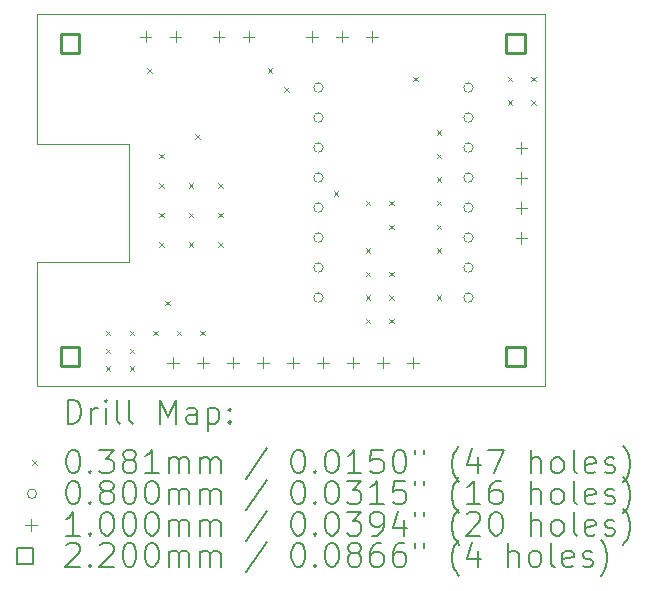
<source format=gbr>
%TF.GenerationSoftware,KiCad,Pcbnew,7.0.5*%
%TF.CreationDate,2023-07-11T15:01:01-04:00*%
%TF.ProjectId,StepperMotor_module_V2_XIAO_RP2040,53746570-7065-4724-9d6f-746f725f6d6f,rev?*%
%TF.SameCoordinates,Original*%
%TF.FileFunction,Drillmap*%
%TF.FilePolarity,Positive*%
%FSLAX45Y45*%
G04 Gerber Fmt 4.5, Leading zero omitted, Abs format (unit mm)*
G04 Created by KiCad (PCBNEW 7.0.5) date 2023-07-11 15:01:01*
%MOMM*%
%LPD*%
G01*
G04 APERTURE LIST*
%ADD10C,0.100000*%
%ADD11C,0.200000*%
%ADD12C,0.038100*%
%ADD13C,0.080000*%
%ADD14C,0.220000*%
G04 APERTURE END LIST*
D10*
X12200000Y-5800000D02*
X16500000Y-5800000D01*
X12200000Y-6900000D02*
X12200000Y-5800000D01*
X12975000Y-6900000D02*
X12200000Y-6900000D01*
X12975000Y-7900000D02*
X12975000Y-6900000D01*
X12200000Y-7900000D02*
X12975000Y-7900000D01*
X12200000Y-8950000D02*
X12200000Y-7900000D01*
X16500000Y-8950000D02*
X12200000Y-8950000D01*
X16500000Y-5800000D02*
X16500000Y-8950000D01*
D11*
D12*
X12780950Y-8480950D02*
X12819050Y-8519050D01*
X12819050Y-8480950D02*
X12780950Y-8519050D01*
X12780950Y-8630950D02*
X12819050Y-8669050D01*
X12819050Y-8630950D02*
X12780950Y-8669050D01*
X12780950Y-8780950D02*
X12819050Y-8819050D01*
X12819050Y-8780950D02*
X12780950Y-8819050D01*
X12980950Y-8480950D02*
X13019050Y-8519050D01*
X13019050Y-8480950D02*
X12980950Y-8519050D01*
X12980950Y-8630950D02*
X13019050Y-8669050D01*
X13019050Y-8630950D02*
X12980950Y-8669050D01*
X12980950Y-8780950D02*
X13019050Y-8819050D01*
X13019050Y-8780950D02*
X12980950Y-8819050D01*
X13130950Y-6255950D02*
X13169050Y-6294050D01*
X13169050Y-6255950D02*
X13130950Y-6294050D01*
X13180950Y-8480950D02*
X13219050Y-8519050D01*
X13219050Y-8480950D02*
X13180950Y-8519050D01*
X13230950Y-6980950D02*
X13269050Y-7019050D01*
X13269050Y-6980950D02*
X13230950Y-7019050D01*
X13230950Y-7230950D02*
X13269050Y-7269050D01*
X13269050Y-7230950D02*
X13230950Y-7269050D01*
X13230950Y-7480950D02*
X13269050Y-7519050D01*
X13269050Y-7480950D02*
X13230950Y-7519050D01*
X13230950Y-7730950D02*
X13269050Y-7769050D01*
X13269050Y-7730950D02*
X13230950Y-7769050D01*
X13282875Y-8227000D02*
X13320975Y-8265100D01*
X13320975Y-8227000D02*
X13282875Y-8265100D01*
X13380950Y-8480950D02*
X13419050Y-8519050D01*
X13419050Y-8480950D02*
X13380950Y-8519050D01*
X13480950Y-7230950D02*
X13519050Y-7269050D01*
X13519050Y-7230950D02*
X13480950Y-7269050D01*
X13480950Y-7480950D02*
X13519050Y-7519050D01*
X13519050Y-7480950D02*
X13480950Y-7519050D01*
X13480950Y-7730950D02*
X13519050Y-7769050D01*
X13519050Y-7730950D02*
X13480950Y-7769050D01*
X13535950Y-6815950D02*
X13574050Y-6854050D01*
X13574050Y-6815950D02*
X13535950Y-6854050D01*
X13580950Y-8480950D02*
X13619050Y-8519050D01*
X13619050Y-8480950D02*
X13580950Y-8519050D01*
X13730950Y-7230950D02*
X13769050Y-7269050D01*
X13769050Y-7230950D02*
X13730950Y-7269050D01*
X13730950Y-7480950D02*
X13769050Y-7519050D01*
X13769050Y-7480950D02*
X13730950Y-7519050D01*
X13730950Y-7730950D02*
X13769050Y-7769050D01*
X13769050Y-7730950D02*
X13730950Y-7769050D01*
X14152200Y-6259640D02*
X14190300Y-6297740D01*
X14190300Y-6259640D02*
X14152200Y-6297740D01*
X14290950Y-6420950D02*
X14329050Y-6459050D01*
X14329050Y-6420950D02*
X14290950Y-6459050D01*
X14710950Y-7298950D02*
X14749050Y-7337050D01*
X14749050Y-7298950D02*
X14710950Y-7337050D01*
X14980950Y-7380950D02*
X15019050Y-7419050D01*
X15019050Y-7380950D02*
X14980950Y-7419050D01*
X14980950Y-7780950D02*
X15019050Y-7819050D01*
X15019050Y-7780950D02*
X14980950Y-7819050D01*
X14980950Y-7980950D02*
X15019050Y-8019050D01*
X15019050Y-7980950D02*
X14980950Y-8019050D01*
X14980950Y-8180950D02*
X15019050Y-8219050D01*
X15019050Y-8180950D02*
X14980950Y-8219050D01*
X14980950Y-8380950D02*
X15019050Y-8419050D01*
X15019050Y-8380950D02*
X14980950Y-8419050D01*
X15180950Y-7380950D02*
X15219050Y-7419050D01*
X15219050Y-7380950D02*
X15180950Y-7419050D01*
X15180950Y-7580950D02*
X15219050Y-7619050D01*
X15219050Y-7580950D02*
X15180950Y-7619050D01*
X15180950Y-7980950D02*
X15219050Y-8019050D01*
X15219050Y-7980950D02*
X15180950Y-8019050D01*
X15180950Y-8180950D02*
X15219050Y-8219050D01*
X15219050Y-8180950D02*
X15180950Y-8219050D01*
X15180950Y-8380950D02*
X15219050Y-8419050D01*
X15219050Y-8380950D02*
X15180950Y-8419050D01*
X15380950Y-6330950D02*
X15419050Y-6369050D01*
X15419050Y-6330950D02*
X15380950Y-6369050D01*
X15580950Y-6780950D02*
X15619050Y-6819050D01*
X15619050Y-6780950D02*
X15580950Y-6819050D01*
X15580950Y-6980950D02*
X15619050Y-7019050D01*
X15619050Y-6980950D02*
X15580950Y-7019050D01*
X15580950Y-7180950D02*
X15619050Y-7219050D01*
X15619050Y-7180950D02*
X15580950Y-7219050D01*
X15580950Y-7380950D02*
X15619050Y-7419050D01*
X15619050Y-7380950D02*
X15580950Y-7419050D01*
X15580950Y-7580950D02*
X15619050Y-7619050D01*
X15619050Y-7580950D02*
X15580950Y-7619050D01*
X15580950Y-7780950D02*
X15619050Y-7819050D01*
X15619050Y-7780950D02*
X15580950Y-7819050D01*
X15580950Y-8180950D02*
X15619050Y-8219050D01*
X15619050Y-8180950D02*
X15580950Y-8219050D01*
X16180950Y-6330950D02*
X16219050Y-6369050D01*
X16219050Y-6330950D02*
X16180950Y-6369050D01*
X16180950Y-6530950D02*
X16219050Y-6569050D01*
X16219050Y-6530950D02*
X16180950Y-6569050D01*
X16380950Y-6330950D02*
X16419050Y-6369050D01*
X16419050Y-6330950D02*
X16380950Y-6369050D01*
X16380950Y-6530950D02*
X16419050Y-6569050D01*
X16419050Y-6530950D02*
X16380950Y-6569050D01*
D13*
X14620000Y-6422000D02*
G75*
G03*
X14620000Y-6422000I-40000J0D01*
G01*
X14620000Y-6676000D02*
G75*
G03*
X14620000Y-6676000I-40000J0D01*
G01*
X14620000Y-6930000D02*
G75*
G03*
X14620000Y-6930000I-40000J0D01*
G01*
X14620000Y-7184000D02*
G75*
G03*
X14620000Y-7184000I-40000J0D01*
G01*
X14620000Y-7438000D02*
G75*
G03*
X14620000Y-7438000I-40000J0D01*
G01*
X14620000Y-7692000D02*
G75*
G03*
X14620000Y-7692000I-40000J0D01*
G01*
X14620000Y-7946000D02*
G75*
G03*
X14620000Y-7946000I-40000J0D01*
G01*
X14620000Y-8200000D02*
G75*
G03*
X14620000Y-8200000I-40000J0D01*
G01*
X15890000Y-6422000D02*
G75*
G03*
X15890000Y-6422000I-40000J0D01*
G01*
X15890000Y-6676000D02*
G75*
G03*
X15890000Y-6676000I-40000J0D01*
G01*
X15890000Y-6930000D02*
G75*
G03*
X15890000Y-6930000I-40000J0D01*
G01*
X15890000Y-7184000D02*
G75*
G03*
X15890000Y-7184000I-40000J0D01*
G01*
X15890000Y-7438000D02*
G75*
G03*
X15890000Y-7438000I-40000J0D01*
G01*
X15890000Y-7692000D02*
G75*
G03*
X15890000Y-7692000I-40000J0D01*
G01*
X15890000Y-7946000D02*
G75*
G03*
X15890000Y-7946000I-40000J0D01*
G01*
X15890000Y-8200000D02*
G75*
G03*
X15890000Y-8200000I-40000J0D01*
G01*
D10*
X13116000Y-5940000D02*
X13116000Y-6040000D01*
X13066000Y-5990000D02*
X13166000Y-5990000D01*
X13345500Y-8700000D02*
X13345500Y-8800000D01*
X13295500Y-8750000D02*
X13395500Y-8750000D01*
X13370000Y-5940000D02*
X13370000Y-6040000D01*
X13320000Y-5990000D02*
X13420000Y-5990000D01*
X13599500Y-8700000D02*
X13599500Y-8800000D01*
X13549500Y-8750000D02*
X13649500Y-8750000D01*
X13734000Y-5940000D02*
X13734000Y-6040000D01*
X13684000Y-5990000D02*
X13784000Y-5990000D01*
X13853500Y-8700000D02*
X13853500Y-8800000D01*
X13803500Y-8750000D02*
X13903500Y-8750000D01*
X13988000Y-5940000D02*
X13988000Y-6040000D01*
X13938000Y-5990000D02*
X14038000Y-5990000D01*
X14107500Y-8700000D02*
X14107500Y-8800000D01*
X14057500Y-8750000D02*
X14157500Y-8750000D01*
X14361500Y-8700000D02*
X14361500Y-8800000D01*
X14311500Y-8750000D02*
X14411500Y-8750000D01*
X14526000Y-5940000D02*
X14526000Y-6040000D01*
X14476000Y-5990000D02*
X14576000Y-5990000D01*
X14615500Y-8700000D02*
X14615500Y-8800000D01*
X14565500Y-8750000D02*
X14665500Y-8750000D01*
X14780000Y-5940000D02*
X14780000Y-6040000D01*
X14730000Y-5990000D02*
X14830000Y-5990000D01*
X14869500Y-8700000D02*
X14869500Y-8800000D01*
X14819500Y-8750000D02*
X14919500Y-8750000D01*
X15034000Y-5940000D02*
X15034000Y-6040000D01*
X14984000Y-5990000D02*
X15084000Y-5990000D01*
X15123500Y-8700000D02*
X15123500Y-8800000D01*
X15073500Y-8750000D02*
X15173500Y-8750000D01*
X15377500Y-8700000D02*
X15377500Y-8800000D01*
X15327500Y-8750000D02*
X15427500Y-8750000D01*
X16299000Y-6880000D02*
X16299000Y-6980000D01*
X16249000Y-6930000D02*
X16349000Y-6930000D01*
X16299000Y-7134000D02*
X16299000Y-7234000D01*
X16249000Y-7184000D02*
X16349000Y-7184000D01*
X16299000Y-7388000D02*
X16299000Y-7488000D01*
X16249000Y-7438000D02*
X16349000Y-7438000D01*
X16299000Y-7642000D02*
X16299000Y-7742000D01*
X16249000Y-7692000D02*
X16349000Y-7692000D01*
D14*
X12552782Y-6127782D02*
X12552782Y-5972217D01*
X12397217Y-5972217D01*
X12397217Y-6127782D01*
X12552782Y-6127782D01*
X12552782Y-8777783D02*
X12552782Y-8622218D01*
X12397217Y-8622218D01*
X12397217Y-8777783D01*
X12552782Y-8777783D01*
X16327782Y-6127782D02*
X16327782Y-5972217D01*
X16172217Y-5972217D01*
X16172217Y-6127782D01*
X16327782Y-6127782D01*
X16327782Y-8777783D02*
X16327782Y-8622218D01*
X16172217Y-8622218D01*
X16172217Y-8777783D01*
X16327782Y-8777783D01*
D11*
X12455777Y-9266484D02*
X12455777Y-9066484D01*
X12455777Y-9066484D02*
X12503396Y-9066484D01*
X12503396Y-9066484D02*
X12531967Y-9076008D01*
X12531967Y-9076008D02*
X12551015Y-9095055D01*
X12551015Y-9095055D02*
X12560539Y-9114103D01*
X12560539Y-9114103D02*
X12570062Y-9152198D01*
X12570062Y-9152198D02*
X12570062Y-9180770D01*
X12570062Y-9180770D02*
X12560539Y-9218865D01*
X12560539Y-9218865D02*
X12551015Y-9237912D01*
X12551015Y-9237912D02*
X12531967Y-9256960D01*
X12531967Y-9256960D02*
X12503396Y-9266484D01*
X12503396Y-9266484D02*
X12455777Y-9266484D01*
X12655777Y-9266484D02*
X12655777Y-9133150D01*
X12655777Y-9171246D02*
X12665301Y-9152198D01*
X12665301Y-9152198D02*
X12674824Y-9142674D01*
X12674824Y-9142674D02*
X12693872Y-9133150D01*
X12693872Y-9133150D02*
X12712920Y-9133150D01*
X12779586Y-9266484D02*
X12779586Y-9133150D01*
X12779586Y-9066484D02*
X12770062Y-9076008D01*
X12770062Y-9076008D02*
X12779586Y-9085531D01*
X12779586Y-9085531D02*
X12789110Y-9076008D01*
X12789110Y-9076008D02*
X12779586Y-9066484D01*
X12779586Y-9066484D02*
X12779586Y-9085531D01*
X12903396Y-9266484D02*
X12884348Y-9256960D01*
X12884348Y-9256960D02*
X12874824Y-9237912D01*
X12874824Y-9237912D02*
X12874824Y-9066484D01*
X13008158Y-9266484D02*
X12989110Y-9256960D01*
X12989110Y-9256960D02*
X12979586Y-9237912D01*
X12979586Y-9237912D02*
X12979586Y-9066484D01*
X13236729Y-9266484D02*
X13236729Y-9066484D01*
X13236729Y-9066484D02*
X13303396Y-9209341D01*
X13303396Y-9209341D02*
X13370062Y-9066484D01*
X13370062Y-9066484D02*
X13370062Y-9266484D01*
X13551015Y-9266484D02*
X13551015Y-9161722D01*
X13551015Y-9161722D02*
X13541491Y-9142674D01*
X13541491Y-9142674D02*
X13522443Y-9133150D01*
X13522443Y-9133150D02*
X13484348Y-9133150D01*
X13484348Y-9133150D02*
X13465301Y-9142674D01*
X13551015Y-9256960D02*
X13531967Y-9266484D01*
X13531967Y-9266484D02*
X13484348Y-9266484D01*
X13484348Y-9266484D02*
X13465301Y-9256960D01*
X13465301Y-9256960D02*
X13455777Y-9237912D01*
X13455777Y-9237912D02*
X13455777Y-9218865D01*
X13455777Y-9218865D02*
X13465301Y-9199817D01*
X13465301Y-9199817D02*
X13484348Y-9190293D01*
X13484348Y-9190293D02*
X13531967Y-9190293D01*
X13531967Y-9190293D02*
X13551015Y-9180770D01*
X13646253Y-9133150D02*
X13646253Y-9333150D01*
X13646253Y-9142674D02*
X13665301Y-9133150D01*
X13665301Y-9133150D02*
X13703396Y-9133150D01*
X13703396Y-9133150D02*
X13722443Y-9142674D01*
X13722443Y-9142674D02*
X13731967Y-9152198D01*
X13731967Y-9152198D02*
X13741491Y-9171246D01*
X13741491Y-9171246D02*
X13741491Y-9228389D01*
X13741491Y-9228389D02*
X13731967Y-9247436D01*
X13731967Y-9247436D02*
X13722443Y-9256960D01*
X13722443Y-9256960D02*
X13703396Y-9266484D01*
X13703396Y-9266484D02*
X13665301Y-9266484D01*
X13665301Y-9266484D02*
X13646253Y-9256960D01*
X13827205Y-9247436D02*
X13836729Y-9256960D01*
X13836729Y-9256960D02*
X13827205Y-9266484D01*
X13827205Y-9266484D02*
X13817682Y-9256960D01*
X13817682Y-9256960D02*
X13827205Y-9247436D01*
X13827205Y-9247436D02*
X13827205Y-9266484D01*
X13827205Y-9142674D02*
X13836729Y-9152198D01*
X13836729Y-9152198D02*
X13827205Y-9161722D01*
X13827205Y-9161722D02*
X13817682Y-9152198D01*
X13817682Y-9152198D02*
X13827205Y-9142674D01*
X13827205Y-9142674D02*
X13827205Y-9161722D01*
D12*
X12156900Y-9575950D02*
X12195000Y-9614050D01*
X12195000Y-9575950D02*
X12156900Y-9614050D01*
D11*
X12493872Y-9486484D02*
X12512920Y-9486484D01*
X12512920Y-9486484D02*
X12531967Y-9496008D01*
X12531967Y-9496008D02*
X12541491Y-9505531D01*
X12541491Y-9505531D02*
X12551015Y-9524579D01*
X12551015Y-9524579D02*
X12560539Y-9562674D01*
X12560539Y-9562674D02*
X12560539Y-9610293D01*
X12560539Y-9610293D02*
X12551015Y-9648389D01*
X12551015Y-9648389D02*
X12541491Y-9667436D01*
X12541491Y-9667436D02*
X12531967Y-9676960D01*
X12531967Y-9676960D02*
X12512920Y-9686484D01*
X12512920Y-9686484D02*
X12493872Y-9686484D01*
X12493872Y-9686484D02*
X12474824Y-9676960D01*
X12474824Y-9676960D02*
X12465301Y-9667436D01*
X12465301Y-9667436D02*
X12455777Y-9648389D01*
X12455777Y-9648389D02*
X12446253Y-9610293D01*
X12446253Y-9610293D02*
X12446253Y-9562674D01*
X12446253Y-9562674D02*
X12455777Y-9524579D01*
X12455777Y-9524579D02*
X12465301Y-9505531D01*
X12465301Y-9505531D02*
X12474824Y-9496008D01*
X12474824Y-9496008D02*
X12493872Y-9486484D01*
X12646253Y-9667436D02*
X12655777Y-9676960D01*
X12655777Y-9676960D02*
X12646253Y-9686484D01*
X12646253Y-9686484D02*
X12636729Y-9676960D01*
X12636729Y-9676960D02*
X12646253Y-9667436D01*
X12646253Y-9667436D02*
X12646253Y-9686484D01*
X12722443Y-9486484D02*
X12846253Y-9486484D01*
X12846253Y-9486484D02*
X12779586Y-9562674D01*
X12779586Y-9562674D02*
X12808158Y-9562674D01*
X12808158Y-9562674D02*
X12827205Y-9572198D01*
X12827205Y-9572198D02*
X12836729Y-9581722D01*
X12836729Y-9581722D02*
X12846253Y-9600770D01*
X12846253Y-9600770D02*
X12846253Y-9648389D01*
X12846253Y-9648389D02*
X12836729Y-9667436D01*
X12836729Y-9667436D02*
X12827205Y-9676960D01*
X12827205Y-9676960D02*
X12808158Y-9686484D01*
X12808158Y-9686484D02*
X12751015Y-9686484D01*
X12751015Y-9686484D02*
X12731967Y-9676960D01*
X12731967Y-9676960D02*
X12722443Y-9667436D01*
X12960539Y-9572198D02*
X12941491Y-9562674D01*
X12941491Y-9562674D02*
X12931967Y-9553150D01*
X12931967Y-9553150D02*
X12922443Y-9534103D01*
X12922443Y-9534103D02*
X12922443Y-9524579D01*
X12922443Y-9524579D02*
X12931967Y-9505531D01*
X12931967Y-9505531D02*
X12941491Y-9496008D01*
X12941491Y-9496008D02*
X12960539Y-9486484D01*
X12960539Y-9486484D02*
X12998634Y-9486484D01*
X12998634Y-9486484D02*
X13017682Y-9496008D01*
X13017682Y-9496008D02*
X13027205Y-9505531D01*
X13027205Y-9505531D02*
X13036729Y-9524579D01*
X13036729Y-9524579D02*
X13036729Y-9534103D01*
X13036729Y-9534103D02*
X13027205Y-9553150D01*
X13027205Y-9553150D02*
X13017682Y-9562674D01*
X13017682Y-9562674D02*
X12998634Y-9572198D01*
X12998634Y-9572198D02*
X12960539Y-9572198D01*
X12960539Y-9572198D02*
X12941491Y-9581722D01*
X12941491Y-9581722D02*
X12931967Y-9591246D01*
X12931967Y-9591246D02*
X12922443Y-9610293D01*
X12922443Y-9610293D02*
X12922443Y-9648389D01*
X12922443Y-9648389D02*
X12931967Y-9667436D01*
X12931967Y-9667436D02*
X12941491Y-9676960D01*
X12941491Y-9676960D02*
X12960539Y-9686484D01*
X12960539Y-9686484D02*
X12998634Y-9686484D01*
X12998634Y-9686484D02*
X13017682Y-9676960D01*
X13017682Y-9676960D02*
X13027205Y-9667436D01*
X13027205Y-9667436D02*
X13036729Y-9648389D01*
X13036729Y-9648389D02*
X13036729Y-9610293D01*
X13036729Y-9610293D02*
X13027205Y-9591246D01*
X13027205Y-9591246D02*
X13017682Y-9581722D01*
X13017682Y-9581722D02*
X12998634Y-9572198D01*
X13227205Y-9686484D02*
X13112920Y-9686484D01*
X13170062Y-9686484D02*
X13170062Y-9486484D01*
X13170062Y-9486484D02*
X13151015Y-9515055D01*
X13151015Y-9515055D02*
X13131967Y-9534103D01*
X13131967Y-9534103D02*
X13112920Y-9543627D01*
X13312920Y-9686484D02*
X13312920Y-9553150D01*
X13312920Y-9572198D02*
X13322443Y-9562674D01*
X13322443Y-9562674D02*
X13341491Y-9553150D01*
X13341491Y-9553150D02*
X13370063Y-9553150D01*
X13370063Y-9553150D02*
X13389110Y-9562674D01*
X13389110Y-9562674D02*
X13398634Y-9581722D01*
X13398634Y-9581722D02*
X13398634Y-9686484D01*
X13398634Y-9581722D02*
X13408158Y-9562674D01*
X13408158Y-9562674D02*
X13427205Y-9553150D01*
X13427205Y-9553150D02*
X13455777Y-9553150D01*
X13455777Y-9553150D02*
X13474824Y-9562674D01*
X13474824Y-9562674D02*
X13484348Y-9581722D01*
X13484348Y-9581722D02*
X13484348Y-9686484D01*
X13579586Y-9686484D02*
X13579586Y-9553150D01*
X13579586Y-9572198D02*
X13589110Y-9562674D01*
X13589110Y-9562674D02*
X13608158Y-9553150D01*
X13608158Y-9553150D02*
X13636729Y-9553150D01*
X13636729Y-9553150D02*
X13655777Y-9562674D01*
X13655777Y-9562674D02*
X13665301Y-9581722D01*
X13665301Y-9581722D02*
X13665301Y-9686484D01*
X13665301Y-9581722D02*
X13674824Y-9562674D01*
X13674824Y-9562674D02*
X13693872Y-9553150D01*
X13693872Y-9553150D02*
X13722443Y-9553150D01*
X13722443Y-9553150D02*
X13741491Y-9562674D01*
X13741491Y-9562674D02*
X13751015Y-9581722D01*
X13751015Y-9581722D02*
X13751015Y-9686484D01*
X14141491Y-9476960D02*
X13970063Y-9734103D01*
X14398634Y-9486484D02*
X14417682Y-9486484D01*
X14417682Y-9486484D02*
X14436729Y-9496008D01*
X14436729Y-9496008D02*
X14446253Y-9505531D01*
X14446253Y-9505531D02*
X14455777Y-9524579D01*
X14455777Y-9524579D02*
X14465301Y-9562674D01*
X14465301Y-9562674D02*
X14465301Y-9610293D01*
X14465301Y-9610293D02*
X14455777Y-9648389D01*
X14455777Y-9648389D02*
X14446253Y-9667436D01*
X14446253Y-9667436D02*
X14436729Y-9676960D01*
X14436729Y-9676960D02*
X14417682Y-9686484D01*
X14417682Y-9686484D02*
X14398634Y-9686484D01*
X14398634Y-9686484D02*
X14379586Y-9676960D01*
X14379586Y-9676960D02*
X14370063Y-9667436D01*
X14370063Y-9667436D02*
X14360539Y-9648389D01*
X14360539Y-9648389D02*
X14351015Y-9610293D01*
X14351015Y-9610293D02*
X14351015Y-9562674D01*
X14351015Y-9562674D02*
X14360539Y-9524579D01*
X14360539Y-9524579D02*
X14370063Y-9505531D01*
X14370063Y-9505531D02*
X14379586Y-9496008D01*
X14379586Y-9496008D02*
X14398634Y-9486484D01*
X14551015Y-9667436D02*
X14560539Y-9676960D01*
X14560539Y-9676960D02*
X14551015Y-9686484D01*
X14551015Y-9686484D02*
X14541491Y-9676960D01*
X14541491Y-9676960D02*
X14551015Y-9667436D01*
X14551015Y-9667436D02*
X14551015Y-9686484D01*
X14684348Y-9486484D02*
X14703396Y-9486484D01*
X14703396Y-9486484D02*
X14722444Y-9496008D01*
X14722444Y-9496008D02*
X14731967Y-9505531D01*
X14731967Y-9505531D02*
X14741491Y-9524579D01*
X14741491Y-9524579D02*
X14751015Y-9562674D01*
X14751015Y-9562674D02*
X14751015Y-9610293D01*
X14751015Y-9610293D02*
X14741491Y-9648389D01*
X14741491Y-9648389D02*
X14731967Y-9667436D01*
X14731967Y-9667436D02*
X14722444Y-9676960D01*
X14722444Y-9676960D02*
X14703396Y-9686484D01*
X14703396Y-9686484D02*
X14684348Y-9686484D01*
X14684348Y-9686484D02*
X14665301Y-9676960D01*
X14665301Y-9676960D02*
X14655777Y-9667436D01*
X14655777Y-9667436D02*
X14646253Y-9648389D01*
X14646253Y-9648389D02*
X14636729Y-9610293D01*
X14636729Y-9610293D02*
X14636729Y-9562674D01*
X14636729Y-9562674D02*
X14646253Y-9524579D01*
X14646253Y-9524579D02*
X14655777Y-9505531D01*
X14655777Y-9505531D02*
X14665301Y-9496008D01*
X14665301Y-9496008D02*
X14684348Y-9486484D01*
X14941491Y-9686484D02*
X14827206Y-9686484D01*
X14884348Y-9686484D02*
X14884348Y-9486484D01*
X14884348Y-9486484D02*
X14865301Y-9515055D01*
X14865301Y-9515055D02*
X14846253Y-9534103D01*
X14846253Y-9534103D02*
X14827206Y-9543627D01*
X15122444Y-9486484D02*
X15027206Y-9486484D01*
X15027206Y-9486484D02*
X15017682Y-9581722D01*
X15017682Y-9581722D02*
X15027206Y-9572198D01*
X15027206Y-9572198D02*
X15046253Y-9562674D01*
X15046253Y-9562674D02*
X15093872Y-9562674D01*
X15093872Y-9562674D02*
X15112920Y-9572198D01*
X15112920Y-9572198D02*
X15122444Y-9581722D01*
X15122444Y-9581722D02*
X15131967Y-9600770D01*
X15131967Y-9600770D02*
X15131967Y-9648389D01*
X15131967Y-9648389D02*
X15122444Y-9667436D01*
X15122444Y-9667436D02*
X15112920Y-9676960D01*
X15112920Y-9676960D02*
X15093872Y-9686484D01*
X15093872Y-9686484D02*
X15046253Y-9686484D01*
X15046253Y-9686484D02*
X15027206Y-9676960D01*
X15027206Y-9676960D02*
X15017682Y-9667436D01*
X15255777Y-9486484D02*
X15274825Y-9486484D01*
X15274825Y-9486484D02*
X15293872Y-9496008D01*
X15293872Y-9496008D02*
X15303396Y-9505531D01*
X15303396Y-9505531D02*
X15312920Y-9524579D01*
X15312920Y-9524579D02*
X15322444Y-9562674D01*
X15322444Y-9562674D02*
X15322444Y-9610293D01*
X15322444Y-9610293D02*
X15312920Y-9648389D01*
X15312920Y-9648389D02*
X15303396Y-9667436D01*
X15303396Y-9667436D02*
X15293872Y-9676960D01*
X15293872Y-9676960D02*
X15274825Y-9686484D01*
X15274825Y-9686484D02*
X15255777Y-9686484D01*
X15255777Y-9686484D02*
X15236729Y-9676960D01*
X15236729Y-9676960D02*
X15227206Y-9667436D01*
X15227206Y-9667436D02*
X15217682Y-9648389D01*
X15217682Y-9648389D02*
X15208158Y-9610293D01*
X15208158Y-9610293D02*
X15208158Y-9562674D01*
X15208158Y-9562674D02*
X15217682Y-9524579D01*
X15217682Y-9524579D02*
X15227206Y-9505531D01*
X15227206Y-9505531D02*
X15236729Y-9496008D01*
X15236729Y-9496008D02*
X15255777Y-9486484D01*
X15398634Y-9486484D02*
X15398634Y-9524579D01*
X15474825Y-9486484D02*
X15474825Y-9524579D01*
X15770063Y-9762674D02*
X15760539Y-9753150D01*
X15760539Y-9753150D02*
X15741491Y-9724579D01*
X15741491Y-9724579D02*
X15731968Y-9705531D01*
X15731968Y-9705531D02*
X15722444Y-9676960D01*
X15722444Y-9676960D02*
X15712920Y-9629341D01*
X15712920Y-9629341D02*
X15712920Y-9591246D01*
X15712920Y-9591246D02*
X15722444Y-9543627D01*
X15722444Y-9543627D02*
X15731968Y-9515055D01*
X15731968Y-9515055D02*
X15741491Y-9496008D01*
X15741491Y-9496008D02*
X15760539Y-9467436D01*
X15760539Y-9467436D02*
X15770063Y-9457912D01*
X15931968Y-9553150D02*
X15931968Y-9686484D01*
X15884348Y-9476960D02*
X15836729Y-9619817D01*
X15836729Y-9619817D02*
X15960539Y-9619817D01*
X16017682Y-9486484D02*
X16151015Y-9486484D01*
X16151015Y-9486484D02*
X16065301Y-9686484D01*
X16379587Y-9686484D02*
X16379587Y-9486484D01*
X16465301Y-9686484D02*
X16465301Y-9581722D01*
X16465301Y-9581722D02*
X16455777Y-9562674D01*
X16455777Y-9562674D02*
X16436730Y-9553150D01*
X16436730Y-9553150D02*
X16408158Y-9553150D01*
X16408158Y-9553150D02*
X16389110Y-9562674D01*
X16389110Y-9562674D02*
X16379587Y-9572198D01*
X16589110Y-9686484D02*
X16570063Y-9676960D01*
X16570063Y-9676960D02*
X16560539Y-9667436D01*
X16560539Y-9667436D02*
X16551015Y-9648389D01*
X16551015Y-9648389D02*
X16551015Y-9591246D01*
X16551015Y-9591246D02*
X16560539Y-9572198D01*
X16560539Y-9572198D02*
X16570063Y-9562674D01*
X16570063Y-9562674D02*
X16589110Y-9553150D01*
X16589110Y-9553150D02*
X16617682Y-9553150D01*
X16617682Y-9553150D02*
X16636730Y-9562674D01*
X16636730Y-9562674D02*
X16646253Y-9572198D01*
X16646253Y-9572198D02*
X16655777Y-9591246D01*
X16655777Y-9591246D02*
X16655777Y-9648389D01*
X16655777Y-9648389D02*
X16646253Y-9667436D01*
X16646253Y-9667436D02*
X16636730Y-9676960D01*
X16636730Y-9676960D02*
X16617682Y-9686484D01*
X16617682Y-9686484D02*
X16589110Y-9686484D01*
X16770063Y-9686484D02*
X16751015Y-9676960D01*
X16751015Y-9676960D02*
X16741491Y-9657912D01*
X16741491Y-9657912D02*
X16741491Y-9486484D01*
X16922444Y-9676960D02*
X16903396Y-9686484D01*
X16903396Y-9686484D02*
X16865301Y-9686484D01*
X16865301Y-9686484D02*
X16846253Y-9676960D01*
X16846253Y-9676960D02*
X16836730Y-9657912D01*
X16836730Y-9657912D02*
X16836730Y-9581722D01*
X16836730Y-9581722D02*
X16846253Y-9562674D01*
X16846253Y-9562674D02*
X16865301Y-9553150D01*
X16865301Y-9553150D02*
X16903396Y-9553150D01*
X16903396Y-9553150D02*
X16922444Y-9562674D01*
X16922444Y-9562674D02*
X16931968Y-9581722D01*
X16931968Y-9581722D02*
X16931968Y-9600770D01*
X16931968Y-9600770D02*
X16836730Y-9619817D01*
X17008158Y-9676960D02*
X17027206Y-9686484D01*
X17027206Y-9686484D02*
X17065301Y-9686484D01*
X17065301Y-9686484D02*
X17084349Y-9676960D01*
X17084349Y-9676960D02*
X17093873Y-9657912D01*
X17093873Y-9657912D02*
X17093873Y-9648389D01*
X17093873Y-9648389D02*
X17084349Y-9629341D01*
X17084349Y-9629341D02*
X17065301Y-9619817D01*
X17065301Y-9619817D02*
X17036730Y-9619817D01*
X17036730Y-9619817D02*
X17017682Y-9610293D01*
X17017682Y-9610293D02*
X17008158Y-9591246D01*
X17008158Y-9591246D02*
X17008158Y-9581722D01*
X17008158Y-9581722D02*
X17017682Y-9562674D01*
X17017682Y-9562674D02*
X17036730Y-9553150D01*
X17036730Y-9553150D02*
X17065301Y-9553150D01*
X17065301Y-9553150D02*
X17084349Y-9562674D01*
X17160539Y-9762674D02*
X17170063Y-9753150D01*
X17170063Y-9753150D02*
X17189111Y-9724579D01*
X17189111Y-9724579D02*
X17198634Y-9705531D01*
X17198634Y-9705531D02*
X17208158Y-9676960D01*
X17208158Y-9676960D02*
X17217682Y-9629341D01*
X17217682Y-9629341D02*
X17217682Y-9591246D01*
X17217682Y-9591246D02*
X17208158Y-9543627D01*
X17208158Y-9543627D02*
X17198634Y-9515055D01*
X17198634Y-9515055D02*
X17189111Y-9496008D01*
X17189111Y-9496008D02*
X17170063Y-9467436D01*
X17170063Y-9467436D02*
X17160539Y-9457912D01*
D13*
X12195000Y-9859000D02*
G75*
G03*
X12195000Y-9859000I-40000J0D01*
G01*
D11*
X12493872Y-9750484D02*
X12512920Y-9750484D01*
X12512920Y-9750484D02*
X12531967Y-9760008D01*
X12531967Y-9760008D02*
X12541491Y-9769531D01*
X12541491Y-9769531D02*
X12551015Y-9788579D01*
X12551015Y-9788579D02*
X12560539Y-9826674D01*
X12560539Y-9826674D02*
X12560539Y-9874293D01*
X12560539Y-9874293D02*
X12551015Y-9912389D01*
X12551015Y-9912389D02*
X12541491Y-9931436D01*
X12541491Y-9931436D02*
X12531967Y-9940960D01*
X12531967Y-9940960D02*
X12512920Y-9950484D01*
X12512920Y-9950484D02*
X12493872Y-9950484D01*
X12493872Y-9950484D02*
X12474824Y-9940960D01*
X12474824Y-9940960D02*
X12465301Y-9931436D01*
X12465301Y-9931436D02*
X12455777Y-9912389D01*
X12455777Y-9912389D02*
X12446253Y-9874293D01*
X12446253Y-9874293D02*
X12446253Y-9826674D01*
X12446253Y-9826674D02*
X12455777Y-9788579D01*
X12455777Y-9788579D02*
X12465301Y-9769531D01*
X12465301Y-9769531D02*
X12474824Y-9760008D01*
X12474824Y-9760008D02*
X12493872Y-9750484D01*
X12646253Y-9931436D02*
X12655777Y-9940960D01*
X12655777Y-9940960D02*
X12646253Y-9950484D01*
X12646253Y-9950484D02*
X12636729Y-9940960D01*
X12636729Y-9940960D02*
X12646253Y-9931436D01*
X12646253Y-9931436D02*
X12646253Y-9950484D01*
X12770062Y-9836198D02*
X12751015Y-9826674D01*
X12751015Y-9826674D02*
X12741491Y-9817150D01*
X12741491Y-9817150D02*
X12731967Y-9798103D01*
X12731967Y-9798103D02*
X12731967Y-9788579D01*
X12731967Y-9788579D02*
X12741491Y-9769531D01*
X12741491Y-9769531D02*
X12751015Y-9760008D01*
X12751015Y-9760008D02*
X12770062Y-9750484D01*
X12770062Y-9750484D02*
X12808158Y-9750484D01*
X12808158Y-9750484D02*
X12827205Y-9760008D01*
X12827205Y-9760008D02*
X12836729Y-9769531D01*
X12836729Y-9769531D02*
X12846253Y-9788579D01*
X12846253Y-9788579D02*
X12846253Y-9798103D01*
X12846253Y-9798103D02*
X12836729Y-9817150D01*
X12836729Y-9817150D02*
X12827205Y-9826674D01*
X12827205Y-9826674D02*
X12808158Y-9836198D01*
X12808158Y-9836198D02*
X12770062Y-9836198D01*
X12770062Y-9836198D02*
X12751015Y-9845722D01*
X12751015Y-9845722D02*
X12741491Y-9855246D01*
X12741491Y-9855246D02*
X12731967Y-9874293D01*
X12731967Y-9874293D02*
X12731967Y-9912389D01*
X12731967Y-9912389D02*
X12741491Y-9931436D01*
X12741491Y-9931436D02*
X12751015Y-9940960D01*
X12751015Y-9940960D02*
X12770062Y-9950484D01*
X12770062Y-9950484D02*
X12808158Y-9950484D01*
X12808158Y-9950484D02*
X12827205Y-9940960D01*
X12827205Y-9940960D02*
X12836729Y-9931436D01*
X12836729Y-9931436D02*
X12846253Y-9912389D01*
X12846253Y-9912389D02*
X12846253Y-9874293D01*
X12846253Y-9874293D02*
X12836729Y-9855246D01*
X12836729Y-9855246D02*
X12827205Y-9845722D01*
X12827205Y-9845722D02*
X12808158Y-9836198D01*
X12970062Y-9750484D02*
X12989110Y-9750484D01*
X12989110Y-9750484D02*
X13008158Y-9760008D01*
X13008158Y-9760008D02*
X13017682Y-9769531D01*
X13017682Y-9769531D02*
X13027205Y-9788579D01*
X13027205Y-9788579D02*
X13036729Y-9826674D01*
X13036729Y-9826674D02*
X13036729Y-9874293D01*
X13036729Y-9874293D02*
X13027205Y-9912389D01*
X13027205Y-9912389D02*
X13017682Y-9931436D01*
X13017682Y-9931436D02*
X13008158Y-9940960D01*
X13008158Y-9940960D02*
X12989110Y-9950484D01*
X12989110Y-9950484D02*
X12970062Y-9950484D01*
X12970062Y-9950484D02*
X12951015Y-9940960D01*
X12951015Y-9940960D02*
X12941491Y-9931436D01*
X12941491Y-9931436D02*
X12931967Y-9912389D01*
X12931967Y-9912389D02*
X12922443Y-9874293D01*
X12922443Y-9874293D02*
X12922443Y-9826674D01*
X12922443Y-9826674D02*
X12931967Y-9788579D01*
X12931967Y-9788579D02*
X12941491Y-9769531D01*
X12941491Y-9769531D02*
X12951015Y-9760008D01*
X12951015Y-9760008D02*
X12970062Y-9750484D01*
X13160539Y-9750484D02*
X13179586Y-9750484D01*
X13179586Y-9750484D02*
X13198634Y-9760008D01*
X13198634Y-9760008D02*
X13208158Y-9769531D01*
X13208158Y-9769531D02*
X13217682Y-9788579D01*
X13217682Y-9788579D02*
X13227205Y-9826674D01*
X13227205Y-9826674D02*
X13227205Y-9874293D01*
X13227205Y-9874293D02*
X13217682Y-9912389D01*
X13217682Y-9912389D02*
X13208158Y-9931436D01*
X13208158Y-9931436D02*
X13198634Y-9940960D01*
X13198634Y-9940960D02*
X13179586Y-9950484D01*
X13179586Y-9950484D02*
X13160539Y-9950484D01*
X13160539Y-9950484D02*
X13141491Y-9940960D01*
X13141491Y-9940960D02*
X13131967Y-9931436D01*
X13131967Y-9931436D02*
X13122443Y-9912389D01*
X13122443Y-9912389D02*
X13112920Y-9874293D01*
X13112920Y-9874293D02*
X13112920Y-9826674D01*
X13112920Y-9826674D02*
X13122443Y-9788579D01*
X13122443Y-9788579D02*
X13131967Y-9769531D01*
X13131967Y-9769531D02*
X13141491Y-9760008D01*
X13141491Y-9760008D02*
X13160539Y-9750484D01*
X13312920Y-9950484D02*
X13312920Y-9817150D01*
X13312920Y-9836198D02*
X13322443Y-9826674D01*
X13322443Y-9826674D02*
X13341491Y-9817150D01*
X13341491Y-9817150D02*
X13370063Y-9817150D01*
X13370063Y-9817150D02*
X13389110Y-9826674D01*
X13389110Y-9826674D02*
X13398634Y-9845722D01*
X13398634Y-9845722D02*
X13398634Y-9950484D01*
X13398634Y-9845722D02*
X13408158Y-9826674D01*
X13408158Y-9826674D02*
X13427205Y-9817150D01*
X13427205Y-9817150D02*
X13455777Y-9817150D01*
X13455777Y-9817150D02*
X13474824Y-9826674D01*
X13474824Y-9826674D02*
X13484348Y-9845722D01*
X13484348Y-9845722D02*
X13484348Y-9950484D01*
X13579586Y-9950484D02*
X13579586Y-9817150D01*
X13579586Y-9836198D02*
X13589110Y-9826674D01*
X13589110Y-9826674D02*
X13608158Y-9817150D01*
X13608158Y-9817150D02*
X13636729Y-9817150D01*
X13636729Y-9817150D02*
X13655777Y-9826674D01*
X13655777Y-9826674D02*
X13665301Y-9845722D01*
X13665301Y-9845722D02*
X13665301Y-9950484D01*
X13665301Y-9845722D02*
X13674824Y-9826674D01*
X13674824Y-9826674D02*
X13693872Y-9817150D01*
X13693872Y-9817150D02*
X13722443Y-9817150D01*
X13722443Y-9817150D02*
X13741491Y-9826674D01*
X13741491Y-9826674D02*
X13751015Y-9845722D01*
X13751015Y-9845722D02*
X13751015Y-9950484D01*
X14141491Y-9740960D02*
X13970063Y-9998103D01*
X14398634Y-9750484D02*
X14417682Y-9750484D01*
X14417682Y-9750484D02*
X14436729Y-9760008D01*
X14436729Y-9760008D02*
X14446253Y-9769531D01*
X14446253Y-9769531D02*
X14455777Y-9788579D01*
X14455777Y-9788579D02*
X14465301Y-9826674D01*
X14465301Y-9826674D02*
X14465301Y-9874293D01*
X14465301Y-9874293D02*
X14455777Y-9912389D01*
X14455777Y-9912389D02*
X14446253Y-9931436D01*
X14446253Y-9931436D02*
X14436729Y-9940960D01*
X14436729Y-9940960D02*
X14417682Y-9950484D01*
X14417682Y-9950484D02*
X14398634Y-9950484D01*
X14398634Y-9950484D02*
X14379586Y-9940960D01*
X14379586Y-9940960D02*
X14370063Y-9931436D01*
X14370063Y-9931436D02*
X14360539Y-9912389D01*
X14360539Y-9912389D02*
X14351015Y-9874293D01*
X14351015Y-9874293D02*
X14351015Y-9826674D01*
X14351015Y-9826674D02*
X14360539Y-9788579D01*
X14360539Y-9788579D02*
X14370063Y-9769531D01*
X14370063Y-9769531D02*
X14379586Y-9760008D01*
X14379586Y-9760008D02*
X14398634Y-9750484D01*
X14551015Y-9931436D02*
X14560539Y-9940960D01*
X14560539Y-9940960D02*
X14551015Y-9950484D01*
X14551015Y-9950484D02*
X14541491Y-9940960D01*
X14541491Y-9940960D02*
X14551015Y-9931436D01*
X14551015Y-9931436D02*
X14551015Y-9950484D01*
X14684348Y-9750484D02*
X14703396Y-9750484D01*
X14703396Y-9750484D02*
X14722444Y-9760008D01*
X14722444Y-9760008D02*
X14731967Y-9769531D01*
X14731967Y-9769531D02*
X14741491Y-9788579D01*
X14741491Y-9788579D02*
X14751015Y-9826674D01*
X14751015Y-9826674D02*
X14751015Y-9874293D01*
X14751015Y-9874293D02*
X14741491Y-9912389D01*
X14741491Y-9912389D02*
X14731967Y-9931436D01*
X14731967Y-9931436D02*
X14722444Y-9940960D01*
X14722444Y-9940960D02*
X14703396Y-9950484D01*
X14703396Y-9950484D02*
X14684348Y-9950484D01*
X14684348Y-9950484D02*
X14665301Y-9940960D01*
X14665301Y-9940960D02*
X14655777Y-9931436D01*
X14655777Y-9931436D02*
X14646253Y-9912389D01*
X14646253Y-9912389D02*
X14636729Y-9874293D01*
X14636729Y-9874293D02*
X14636729Y-9826674D01*
X14636729Y-9826674D02*
X14646253Y-9788579D01*
X14646253Y-9788579D02*
X14655777Y-9769531D01*
X14655777Y-9769531D02*
X14665301Y-9760008D01*
X14665301Y-9760008D02*
X14684348Y-9750484D01*
X14817682Y-9750484D02*
X14941491Y-9750484D01*
X14941491Y-9750484D02*
X14874825Y-9826674D01*
X14874825Y-9826674D02*
X14903396Y-9826674D01*
X14903396Y-9826674D02*
X14922444Y-9836198D01*
X14922444Y-9836198D02*
X14931967Y-9845722D01*
X14931967Y-9845722D02*
X14941491Y-9864770D01*
X14941491Y-9864770D02*
X14941491Y-9912389D01*
X14941491Y-9912389D02*
X14931967Y-9931436D01*
X14931967Y-9931436D02*
X14922444Y-9940960D01*
X14922444Y-9940960D02*
X14903396Y-9950484D01*
X14903396Y-9950484D02*
X14846253Y-9950484D01*
X14846253Y-9950484D02*
X14827206Y-9940960D01*
X14827206Y-9940960D02*
X14817682Y-9931436D01*
X15131967Y-9950484D02*
X15017682Y-9950484D01*
X15074825Y-9950484D02*
X15074825Y-9750484D01*
X15074825Y-9750484D02*
X15055777Y-9779055D01*
X15055777Y-9779055D02*
X15036729Y-9798103D01*
X15036729Y-9798103D02*
X15017682Y-9807627D01*
X15312920Y-9750484D02*
X15217682Y-9750484D01*
X15217682Y-9750484D02*
X15208158Y-9845722D01*
X15208158Y-9845722D02*
X15217682Y-9836198D01*
X15217682Y-9836198D02*
X15236729Y-9826674D01*
X15236729Y-9826674D02*
X15284348Y-9826674D01*
X15284348Y-9826674D02*
X15303396Y-9836198D01*
X15303396Y-9836198D02*
X15312920Y-9845722D01*
X15312920Y-9845722D02*
X15322444Y-9864770D01*
X15322444Y-9864770D02*
X15322444Y-9912389D01*
X15322444Y-9912389D02*
X15312920Y-9931436D01*
X15312920Y-9931436D02*
X15303396Y-9940960D01*
X15303396Y-9940960D02*
X15284348Y-9950484D01*
X15284348Y-9950484D02*
X15236729Y-9950484D01*
X15236729Y-9950484D02*
X15217682Y-9940960D01*
X15217682Y-9940960D02*
X15208158Y-9931436D01*
X15398634Y-9750484D02*
X15398634Y-9788579D01*
X15474825Y-9750484D02*
X15474825Y-9788579D01*
X15770063Y-10026674D02*
X15760539Y-10017150D01*
X15760539Y-10017150D02*
X15741491Y-9988579D01*
X15741491Y-9988579D02*
X15731968Y-9969531D01*
X15731968Y-9969531D02*
X15722444Y-9940960D01*
X15722444Y-9940960D02*
X15712920Y-9893341D01*
X15712920Y-9893341D02*
X15712920Y-9855246D01*
X15712920Y-9855246D02*
X15722444Y-9807627D01*
X15722444Y-9807627D02*
X15731968Y-9779055D01*
X15731968Y-9779055D02*
X15741491Y-9760008D01*
X15741491Y-9760008D02*
X15760539Y-9731436D01*
X15760539Y-9731436D02*
X15770063Y-9721912D01*
X15951015Y-9950484D02*
X15836729Y-9950484D01*
X15893872Y-9950484D02*
X15893872Y-9750484D01*
X15893872Y-9750484D02*
X15874825Y-9779055D01*
X15874825Y-9779055D02*
X15855777Y-9798103D01*
X15855777Y-9798103D02*
X15836729Y-9807627D01*
X16122444Y-9750484D02*
X16084348Y-9750484D01*
X16084348Y-9750484D02*
X16065301Y-9760008D01*
X16065301Y-9760008D02*
X16055777Y-9769531D01*
X16055777Y-9769531D02*
X16036729Y-9798103D01*
X16036729Y-9798103D02*
X16027206Y-9836198D01*
X16027206Y-9836198D02*
X16027206Y-9912389D01*
X16027206Y-9912389D02*
X16036729Y-9931436D01*
X16036729Y-9931436D02*
X16046253Y-9940960D01*
X16046253Y-9940960D02*
X16065301Y-9950484D01*
X16065301Y-9950484D02*
X16103396Y-9950484D01*
X16103396Y-9950484D02*
X16122444Y-9940960D01*
X16122444Y-9940960D02*
X16131968Y-9931436D01*
X16131968Y-9931436D02*
X16141491Y-9912389D01*
X16141491Y-9912389D02*
X16141491Y-9864770D01*
X16141491Y-9864770D02*
X16131968Y-9845722D01*
X16131968Y-9845722D02*
X16122444Y-9836198D01*
X16122444Y-9836198D02*
X16103396Y-9826674D01*
X16103396Y-9826674D02*
X16065301Y-9826674D01*
X16065301Y-9826674D02*
X16046253Y-9836198D01*
X16046253Y-9836198D02*
X16036729Y-9845722D01*
X16036729Y-9845722D02*
X16027206Y-9864770D01*
X16379587Y-9950484D02*
X16379587Y-9750484D01*
X16465301Y-9950484D02*
X16465301Y-9845722D01*
X16465301Y-9845722D02*
X16455777Y-9826674D01*
X16455777Y-9826674D02*
X16436730Y-9817150D01*
X16436730Y-9817150D02*
X16408158Y-9817150D01*
X16408158Y-9817150D02*
X16389110Y-9826674D01*
X16389110Y-9826674D02*
X16379587Y-9836198D01*
X16589110Y-9950484D02*
X16570063Y-9940960D01*
X16570063Y-9940960D02*
X16560539Y-9931436D01*
X16560539Y-9931436D02*
X16551015Y-9912389D01*
X16551015Y-9912389D02*
X16551015Y-9855246D01*
X16551015Y-9855246D02*
X16560539Y-9836198D01*
X16560539Y-9836198D02*
X16570063Y-9826674D01*
X16570063Y-9826674D02*
X16589110Y-9817150D01*
X16589110Y-9817150D02*
X16617682Y-9817150D01*
X16617682Y-9817150D02*
X16636730Y-9826674D01*
X16636730Y-9826674D02*
X16646253Y-9836198D01*
X16646253Y-9836198D02*
X16655777Y-9855246D01*
X16655777Y-9855246D02*
X16655777Y-9912389D01*
X16655777Y-9912389D02*
X16646253Y-9931436D01*
X16646253Y-9931436D02*
X16636730Y-9940960D01*
X16636730Y-9940960D02*
X16617682Y-9950484D01*
X16617682Y-9950484D02*
X16589110Y-9950484D01*
X16770063Y-9950484D02*
X16751015Y-9940960D01*
X16751015Y-9940960D02*
X16741491Y-9921912D01*
X16741491Y-9921912D02*
X16741491Y-9750484D01*
X16922444Y-9940960D02*
X16903396Y-9950484D01*
X16903396Y-9950484D02*
X16865301Y-9950484D01*
X16865301Y-9950484D02*
X16846253Y-9940960D01*
X16846253Y-9940960D02*
X16836730Y-9921912D01*
X16836730Y-9921912D02*
X16836730Y-9845722D01*
X16836730Y-9845722D02*
X16846253Y-9826674D01*
X16846253Y-9826674D02*
X16865301Y-9817150D01*
X16865301Y-9817150D02*
X16903396Y-9817150D01*
X16903396Y-9817150D02*
X16922444Y-9826674D01*
X16922444Y-9826674D02*
X16931968Y-9845722D01*
X16931968Y-9845722D02*
X16931968Y-9864770D01*
X16931968Y-9864770D02*
X16836730Y-9883817D01*
X17008158Y-9940960D02*
X17027206Y-9950484D01*
X17027206Y-9950484D02*
X17065301Y-9950484D01*
X17065301Y-9950484D02*
X17084349Y-9940960D01*
X17084349Y-9940960D02*
X17093873Y-9921912D01*
X17093873Y-9921912D02*
X17093873Y-9912389D01*
X17093873Y-9912389D02*
X17084349Y-9893341D01*
X17084349Y-9893341D02*
X17065301Y-9883817D01*
X17065301Y-9883817D02*
X17036730Y-9883817D01*
X17036730Y-9883817D02*
X17017682Y-9874293D01*
X17017682Y-9874293D02*
X17008158Y-9855246D01*
X17008158Y-9855246D02*
X17008158Y-9845722D01*
X17008158Y-9845722D02*
X17017682Y-9826674D01*
X17017682Y-9826674D02*
X17036730Y-9817150D01*
X17036730Y-9817150D02*
X17065301Y-9817150D01*
X17065301Y-9817150D02*
X17084349Y-9826674D01*
X17160539Y-10026674D02*
X17170063Y-10017150D01*
X17170063Y-10017150D02*
X17189111Y-9988579D01*
X17189111Y-9988579D02*
X17198634Y-9969531D01*
X17198634Y-9969531D02*
X17208158Y-9940960D01*
X17208158Y-9940960D02*
X17217682Y-9893341D01*
X17217682Y-9893341D02*
X17217682Y-9855246D01*
X17217682Y-9855246D02*
X17208158Y-9807627D01*
X17208158Y-9807627D02*
X17198634Y-9779055D01*
X17198634Y-9779055D02*
X17189111Y-9760008D01*
X17189111Y-9760008D02*
X17170063Y-9731436D01*
X17170063Y-9731436D02*
X17160539Y-9721912D01*
D10*
X12145000Y-10073000D02*
X12145000Y-10173000D01*
X12095000Y-10123000D02*
X12195000Y-10123000D01*
D11*
X12560539Y-10214484D02*
X12446253Y-10214484D01*
X12503396Y-10214484D02*
X12503396Y-10014484D01*
X12503396Y-10014484D02*
X12484348Y-10043055D01*
X12484348Y-10043055D02*
X12465301Y-10062103D01*
X12465301Y-10062103D02*
X12446253Y-10071627D01*
X12646253Y-10195436D02*
X12655777Y-10204960D01*
X12655777Y-10204960D02*
X12646253Y-10214484D01*
X12646253Y-10214484D02*
X12636729Y-10204960D01*
X12636729Y-10204960D02*
X12646253Y-10195436D01*
X12646253Y-10195436D02*
X12646253Y-10214484D01*
X12779586Y-10014484D02*
X12798634Y-10014484D01*
X12798634Y-10014484D02*
X12817682Y-10024008D01*
X12817682Y-10024008D02*
X12827205Y-10033531D01*
X12827205Y-10033531D02*
X12836729Y-10052579D01*
X12836729Y-10052579D02*
X12846253Y-10090674D01*
X12846253Y-10090674D02*
X12846253Y-10138293D01*
X12846253Y-10138293D02*
X12836729Y-10176389D01*
X12836729Y-10176389D02*
X12827205Y-10195436D01*
X12827205Y-10195436D02*
X12817682Y-10204960D01*
X12817682Y-10204960D02*
X12798634Y-10214484D01*
X12798634Y-10214484D02*
X12779586Y-10214484D01*
X12779586Y-10214484D02*
X12760539Y-10204960D01*
X12760539Y-10204960D02*
X12751015Y-10195436D01*
X12751015Y-10195436D02*
X12741491Y-10176389D01*
X12741491Y-10176389D02*
X12731967Y-10138293D01*
X12731967Y-10138293D02*
X12731967Y-10090674D01*
X12731967Y-10090674D02*
X12741491Y-10052579D01*
X12741491Y-10052579D02*
X12751015Y-10033531D01*
X12751015Y-10033531D02*
X12760539Y-10024008D01*
X12760539Y-10024008D02*
X12779586Y-10014484D01*
X12970062Y-10014484D02*
X12989110Y-10014484D01*
X12989110Y-10014484D02*
X13008158Y-10024008D01*
X13008158Y-10024008D02*
X13017682Y-10033531D01*
X13017682Y-10033531D02*
X13027205Y-10052579D01*
X13027205Y-10052579D02*
X13036729Y-10090674D01*
X13036729Y-10090674D02*
X13036729Y-10138293D01*
X13036729Y-10138293D02*
X13027205Y-10176389D01*
X13027205Y-10176389D02*
X13017682Y-10195436D01*
X13017682Y-10195436D02*
X13008158Y-10204960D01*
X13008158Y-10204960D02*
X12989110Y-10214484D01*
X12989110Y-10214484D02*
X12970062Y-10214484D01*
X12970062Y-10214484D02*
X12951015Y-10204960D01*
X12951015Y-10204960D02*
X12941491Y-10195436D01*
X12941491Y-10195436D02*
X12931967Y-10176389D01*
X12931967Y-10176389D02*
X12922443Y-10138293D01*
X12922443Y-10138293D02*
X12922443Y-10090674D01*
X12922443Y-10090674D02*
X12931967Y-10052579D01*
X12931967Y-10052579D02*
X12941491Y-10033531D01*
X12941491Y-10033531D02*
X12951015Y-10024008D01*
X12951015Y-10024008D02*
X12970062Y-10014484D01*
X13160539Y-10014484D02*
X13179586Y-10014484D01*
X13179586Y-10014484D02*
X13198634Y-10024008D01*
X13198634Y-10024008D02*
X13208158Y-10033531D01*
X13208158Y-10033531D02*
X13217682Y-10052579D01*
X13217682Y-10052579D02*
X13227205Y-10090674D01*
X13227205Y-10090674D02*
X13227205Y-10138293D01*
X13227205Y-10138293D02*
X13217682Y-10176389D01*
X13217682Y-10176389D02*
X13208158Y-10195436D01*
X13208158Y-10195436D02*
X13198634Y-10204960D01*
X13198634Y-10204960D02*
X13179586Y-10214484D01*
X13179586Y-10214484D02*
X13160539Y-10214484D01*
X13160539Y-10214484D02*
X13141491Y-10204960D01*
X13141491Y-10204960D02*
X13131967Y-10195436D01*
X13131967Y-10195436D02*
X13122443Y-10176389D01*
X13122443Y-10176389D02*
X13112920Y-10138293D01*
X13112920Y-10138293D02*
X13112920Y-10090674D01*
X13112920Y-10090674D02*
X13122443Y-10052579D01*
X13122443Y-10052579D02*
X13131967Y-10033531D01*
X13131967Y-10033531D02*
X13141491Y-10024008D01*
X13141491Y-10024008D02*
X13160539Y-10014484D01*
X13312920Y-10214484D02*
X13312920Y-10081150D01*
X13312920Y-10100198D02*
X13322443Y-10090674D01*
X13322443Y-10090674D02*
X13341491Y-10081150D01*
X13341491Y-10081150D02*
X13370063Y-10081150D01*
X13370063Y-10081150D02*
X13389110Y-10090674D01*
X13389110Y-10090674D02*
X13398634Y-10109722D01*
X13398634Y-10109722D02*
X13398634Y-10214484D01*
X13398634Y-10109722D02*
X13408158Y-10090674D01*
X13408158Y-10090674D02*
X13427205Y-10081150D01*
X13427205Y-10081150D02*
X13455777Y-10081150D01*
X13455777Y-10081150D02*
X13474824Y-10090674D01*
X13474824Y-10090674D02*
X13484348Y-10109722D01*
X13484348Y-10109722D02*
X13484348Y-10214484D01*
X13579586Y-10214484D02*
X13579586Y-10081150D01*
X13579586Y-10100198D02*
X13589110Y-10090674D01*
X13589110Y-10090674D02*
X13608158Y-10081150D01*
X13608158Y-10081150D02*
X13636729Y-10081150D01*
X13636729Y-10081150D02*
X13655777Y-10090674D01*
X13655777Y-10090674D02*
X13665301Y-10109722D01*
X13665301Y-10109722D02*
X13665301Y-10214484D01*
X13665301Y-10109722D02*
X13674824Y-10090674D01*
X13674824Y-10090674D02*
X13693872Y-10081150D01*
X13693872Y-10081150D02*
X13722443Y-10081150D01*
X13722443Y-10081150D02*
X13741491Y-10090674D01*
X13741491Y-10090674D02*
X13751015Y-10109722D01*
X13751015Y-10109722D02*
X13751015Y-10214484D01*
X14141491Y-10004960D02*
X13970063Y-10262103D01*
X14398634Y-10014484D02*
X14417682Y-10014484D01*
X14417682Y-10014484D02*
X14436729Y-10024008D01*
X14436729Y-10024008D02*
X14446253Y-10033531D01*
X14446253Y-10033531D02*
X14455777Y-10052579D01*
X14455777Y-10052579D02*
X14465301Y-10090674D01*
X14465301Y-10090674D02*
X14465301Y-10138293D01*
X14465301Y-10138293D02*
X14455777Y-10176389D01*
X14455777Y-10176389D02*
X14446253Y-10195436D01*
X14446253Y-10195436D02*
X14436729Y-10204960D01*
X14436729Y-10204960D02*
X14417682Y-10214484D01*
X14417682Y-10214484D02*
X14398634Y-10214484D01*
X14398634Y-10214484D02*
X14379586Y-10204960D01*
X14379586Y-10204960D02*
X14370063Y-10195436D01*
X14370063Y-10195436D02*
X14360539Y-10176389D01*
X14360539Y-10176389D02*
X14351015Y-10138293D01*
X14351015Y-10138293D02*
X14351015Y-10090674D01*
X14351015Y-10090674D02*
X14360539Y-10052579D01*
X14360539Y-10052579D02*
X14370063Y-10033531D01*
X14370063Y-10033531D02*
X14379586Y-10024008D01*
X14379586Y-10024008D02*
X14398634Y-10014484D01*
X14551015Y-10195436D02*
X14560539Y-10204960D01*
X14560539Y-10204960D02*
X14551015Y-10214484D01*
X14551015Y-10214484D02*
X14541491Y-10204960D01*
X14541491Y-10204960D02*
X14551015Y-10195436D01*
X14551015Y-10195436D02*
X14551015Y-10214484D01*
X14684348Y-10014484D02*
X14703396Y-10014484D01*
X14703396Y-10014484D02*
X14722444Y-10024008D01*
X14722444Y-10024008D02*
X14731967Y-10033531D01*
X14731967Y-10033531D02*
X14741491Y-10052579D01*
X14741491Y-10052579D02*
X14751015Y-10090674D01*
X14751015Y-10090674D02*
X14751015Y-10138293D01*
X14751015Y-10138293D02*
X14741491Y-10176389D01*
X14741491Y-10176389D02*
X14731967Y-10195436D01*
X14731967Y-10195436D02*
X14722444Y-10204960D01*
X14722444Y-10204960D02*
X14703396Y-10214484D01*
X14703396Y-10214484D02*
X14684348Y-10214484D01*
X14684348Y-10214484D02*
X14665301Y-10204960D01*
X14665301Y-10204960D02*
X14655777Y-10195436D01*
X14655777Y-10195436D02*
X14646253Y-10176389D01*
X14646253Y-10176389D02*
X14636729Y-10138293D01*
X14636729Y-10138293D02*
X14636729Y-10090674D01*
X14636729Y-10090674D02*
X14646253Y-10052579D01*
X14646253Y-10052579D02*
X14655777Y-10033531D01*
X14655777Y-10033531D02*
X14665301Y-10024008D01*
X14665301Y-10024008D02*
X14684348Y-10014484D01*
X14817682Y-10014484D02*
X14941491Y-10014484D01*
X14941491Y-10014484D02*
X14874825Y-10090674D01*
X14874825Y-10090674D02*
X14903396Y-10090674D01*
X14903396Y-10090674D02*
X14922444Y-10100198D01*
X14922444Y-10100198D02*
X14931967Y-10109722D01*
X14931967Y-10109722D02*
X14941491Y-10128770D01*
X14941491Y-10128770D02*
X14941491Y-10176389D01*
X14941491Y-10176389D02*
X14931967Y-10195436D01*
X14931967Y-10195436D02*
X14922444Y-10204960D01*
X14922444Y-10204960D02*
X14903396Y-10214484D01*
X14903396Y-10214484D02*
X14846253Y-10214484D01*
X14846253Y-10214484D02*
X14827206Y-10204960D01*
X14827206Y-10204960D02*
X14817682Y-10195436D01*
X15036729Y-10214484D02*
X15074825Y-10214484D01*
X15074825Y-10214484D02*
X15093872Y-10204960D01*
X15093872Y-10204960D02*
X15103396Y-10195436D01*
X15103396Y-10195436D02*
X15122444Y-10166865D01*
X15122444Y-10166865D02*
X15131967Y-10128770D01*
X15131967Y-10128770D02*
X15131967Y-10052579D01*
X15131967Y-10052579D02*
X15122444Y-10033531D01*
X15122444Y-10033531D02*
X15112920Y-10024008D01*
X15112920Y-10024008D02*
X15093872Y-10014484D01*
X15093872Y-10014484D02*
X15055777Y-10014484D01*
X15055777Y-10014484D02*
X15036729Y-10024008D01*
X15036729Y-10024008D02*
X15027206Y-10033531D01*
X15027206Y-10033531D02*
X15017682Y-10052579D01*
X15017682Y-10052579D02*
X15017682Y-10100198D01*
X15017682Y-10100198D02*
X15027206Y-10119246D01*
X15027206Y-10119246D02*
X15036729Y-10128770D01*
X15036729Y-10128770D02*
X15055777Y-10138293D01*
X15055777Y-10138293D02*
X15093872Y-10138293D01*
X15093872Y-10138293D02*
X15112920Y-10128770D01*
X15112920Y-10128770D02*
X15122444Y-10119246D01*
X15122444Y-10119246D02*
X15131967Y-10100198D01*
X15303396Y-10081150D02*
X15303396Y-10214484D01*
X15255777Y-10004960D02*
X15208158Y-10147817D01*
X15208158Y-10147817D02*
X15331967Y-10147817D01*
X15398634Y-10014484D02*
X15398634Y-10052579D01*
X15474825Y-10014484D02*
X15474825Y-10052579D01*
X15770063Y-10290674D02*
X15760539Y-10281150D01*
X15760539Y-10281150D02*
X15741491Y-10252579D01*
X15741491Y-10252579D02*
X15731968Y-10233531D01*
X15731968Y-10233531D02*
X15722444Y-10204960D01*
X15722444Y-10204960D02*
X15712920Y-10157341D01*
X15712920Y-10157341D02*
X15712920Y-10119246D01*
X15712920Y-10119246D02*
X15722444Y-10071627D01*
X15722444Y-10071627D02*
X15731968Y-10043055D01*
X15731968Y-10043055D02*
X15741491Y-10024008D01*
X15741491Y-10024008D02*
X15760539Y-9995436D01*
X15760539Y-9995436D02*
X15770063Y-9985912D01*
X15836729Y-10033531D02*
X15846253Y-10024008D01*
X15846253Y-10024008D02*
X15865301Y-10014484D01*
X15865301Y-10014484D02*
X15912920Y-10014484D01*
X15912920Y-10014484D02*
X15931968Y-10024008D01*
X15931968Y-10024008D02*
X15941491Y-10033531D01*
X15941491Y-10033531D02*
X15951015Y-10052579D01*
X15951015Y-10052579D02*
X15951015Y-10071627D01*
X15951015Y-10071627D02*
X15941491Y-10100198D01*
X15941491Y-10100198D02*
X15827206Y-10214484D01*
X15827206Y-10214484D02*
X15951015Y-10214484D01*
X16074825Y-10014484D02*
X16093872Y-10014484D01*
X16093872Y-10014484D02*
X16112920Y-10024008D01*
X16112920Y-10024008D02*
X16122444Y-10033531D01*
X16122444Y-10033531D02*
X16131968Y-10052579D01*
X16131968Y-10052579D02*
X16141491Y-10090674D01*
X16141491Y-10090674D02*
X16141491Y-10138293D01*
X16141491Y-10138293D02*
X16131968Y-10176389D01*
X16131968Y-10176389D02*
X16122444Y-10195436D01*
X16122444Y-10195436D02*
X16112920Y-10204960D01*
X16112920Y-10204960D02*
X16093872Y-10214484D01*
X16093872Y-10214484D02*
X16074825Y-10214484D01*
X16074825Y-10214484D02*
X16055777Y-10204960D01*
X16055777Y-10204960D02*
X16046253Y-10195436D01*
X16046253Y-10195436D02*
X16036729Y-10176389D01*
X16036729Y-10176389D02*
X16027206Y-10138293D01*
X16027206Y-10138293D02*
X16027206Y-10090674D01*
X16027206Y-10090674D02*
X16036729Y-10052579D01*
X16036729Y-10052579D02*
X16046253Y-10033531D01*
X16046253Y-10033531D02*
X16055777Y-10024008D01*
X16055777Y-10024008D02*
X16074825Y-10014484D01*
X16379587Y-10214484D02*
X16379587Y-10014484D01*
X16465301Y-10214484D02*
X16465301Y-10109722D01*
X16465301Y-10109722D02*
X16455777Y-10090674D01*
X16455777Y-10090674D02*
X16436730Y-10081150D01*
X16436730Y-10081150D02*
X16408158Y-10081150D01*
X16408158Y-10081150D02*
X16389110Y-10090674D01*
X16389110Y-10090674D02*
X16379587Y-10100198D01*
X16589110Y-10214484D02*
X16570063Y-10204960D01*
X16570063Y-10204960D02*
X16560539Y-10195436D01*
X16560539Y-10195436D02*
X16551015Y-10176389D01*
X16551015Y-10176389D02*
X16551015Y-10119246D01*
X16551015Y-10119246D02*
X16560539Y-10100198D01*
X16560539Y-10100198D02*
X16570063Y-10090674D01*
X16570063Y-10090674D02*
X16589110Y-10081150D01*
X16589110Y-10081150D02*
X16617682Y-10081150D01*
X16617682Y-10081150D02*
X16636730Y-10090674D01*
X16636730Y-10090674D02*
X16646253Y-10100198D01*
X16646253Y-10100198D02*
X16655777Y-10119246D01*
X16655777Y-10119246D02*
X16655777Y-10176389D01*
X16655777Y-10176389D02*
X16646253Y-10195436D01*
X16646253Y-10195436D02*
X16636730Y-10204960D01*
X16636730Y-10204960D02*
X16617682Y-10214484D01*
X16617682Y-10214484D02*
X16589110Y-10214484D01*
X16770063Y-10214484D02*
X16751015Y-10204960D01*
X16751015Y-10204960D02*
X16741491Y-10185912D01*
X16741491Y-10185912D02*
X16741491Y-10014484D01*
X16922444Y-10204960D02*
X16903396Y-10214484D01*
X16903396Y-10214484D02*
X16865301Y-10214484D01*
X16865301Y-10214484D02*
X16846253Y-10204960D01*
X16846253Y-10204960D02*
X16836730Y-10185912D01*
X16836730Y-10185912D02*
X16836730Y-10109722D01*
X16836730Y-10109722D02*
X16846253Y-10090674D01*
X16846253Y-10090674D02*
X16865301Y-10081150D01*
X16865301Y-10081150D02*
X16903396Y-10081150D01*
X16903396Y-10081150D02*
X16922444Y-10090674D01*
X16922444Y-10090674D02*
X16931968Y-10109722D01*
X16931968Y-10109722D02*
X16931968Y-10128770D01*
X16931968Y-10128770D02*
X16836730Y-10147817D01*
X17008158Y-10204960D02*
X17027206Y-10214484D01*
X17027206Y-10214484D02*
X17065301Y-10214484D01*
X17065301Y-10214484D02*
X17084349Y-10204960D01*
X17084349Y-10204960D02*
X17093873Y-10185912D01*
X17093873Y-10185912D02*
X17093873Y-10176389D01*
X17093873Y-10176389D02*
X17084349Y-10157341D01*
X17084349Y-10157341D02*
X17065301Y-10147817D01*
X17065301Y-10147817D02*
X17036730Y-10147817D01*
X17036730Y-10147817D02*
X17017682Y-10138293D01*
X17017682Y-10138293D02*
X17008158Y-10119246D01*
X17008158Y-10119246D02*
X17008158Y-10109722D01*
X17008158Y-10109722D02*
X17017682Y-10090674D01*
X17017682Y-10090674D02*
X17036730Y-10081150D01*
X17036730Y-10081150D02*
X17065301Y-10081150D01*
X17065301Y-10081150D02*
X17084349Y-10090674D01*
X17160539Y-10290674D02*
X17170063Y-10281150D01*
X17170063Y-10281150D02*
X17189111Y-10252579D01*
X17189111Y-10252579D02*
X17198634Y-10233531D01*
X17198634Y-10233531D02*
X17208158Y-10204960D01*
X17208158Y-10204960D02*
X17217682Y-10157341D01*
X17217682Y-10157341D02*
X17217682Y-10119246D01*
X17217682Y-10119246D02*
X17208158Y-10071627D01*
X17208158Y-10071627D02*
X17198634Y-10043055D01*
X17198634Y-10043055D02*
X17189111Y-10024008D01*
X17189111Y-10024008D02*
X17170063Y-9995436D01*
X17170063Y-9995436D02*
X17160539Y-9985912D01*
X12165711Y-10457711D02*
X12165711Y-10316289D01*
X12024289Y-10316289D01*
X12024289Y-10457711D01*
X12165711Y-10457711D01*
X12446253Y-10297531D02*
X12455777Y-10288008D01*
X12455777Y-10288008D02*
X12474824Y-10278484D01*
X12474824Y-10278484D02*
X12522443Y-10278484D01*
X12522443Y-10278484D02*
X12541491Y-10288008D01*
X12541491Y-10288008D02*
X12551015Y-10297531D01*
X12551015Y-10297531D02*
X12560539Y-10316579D01*
X12560539Y-10316579D02*
X12560539Y-10335627D01*
X12560539Y-10335627D02*
X12551015Y-10364198D01*
X12551015Y-10364198D02*
X12436729Y-10478484D01*
X12436729Y-10478484D02*
X12560539Y-10478484D01*
X12646253Y-10459436D02*
X12655777Y-10468960D01*
X12655777Y-10468960D02*
X12646253Y-10478484D01*
X12646253Y-10478484D02*
X12636729Y-10468960D01*
X12636729Y-10468960D02*
X12646253Y-10459436D01*
X12646253Y-10459436D02*
X12646253Y-10478484D01*
X12731967Y-10297531D02*
X12741491Y-10288008D01*
X12741491Y-10288008D02*
X12760539Y-10278484D01*
X12760539Y-10278484D02*
X12808158Y-10278484D01*
X12808158Y-10278484D02*
X12827205Y-10288008D01*
X12827205Y-10288008D02*
X12836729Y-10297531D01*
X12836729Y-10297531D02*
X12846253Y-10316579D01*
X12846253Y-10316579D02*
X12846253Y-10335627D01*
X12846253Y-10335627D02*
X12836729Y-10364198D01*
X12836729Y-10364198D02*
X12722443Y-10478484D01*
X12722443Y-10478484D02*
X12846253Y-10478484D01*
X12970062Y-10278484D02*
X12989110Y-10278484D01*
X12989110Y-10278484D02*
X13008158Y-10288008D01*
X13008158Y-10288008D02*
X13017682Y-10297531D01*
X13017682Y-10297531D02*
X13027205Y-10316579D01*
X13027205Y-10316579D02*
X13036729Y-10354674D01*
X13036729Y-10354674D02*
X13036729Y-10402293D01*
X13036729Y-10402293D02*
X13027205Y-10440389D01*
X13027205Y-10440389D02*
X13017682Y-10459436D01*
X13017682Y-10459436D02*
X13008158Y-10468960D01*
X13008158Y-10468960D02*
X12989110Y-10478484D01*
X12989110Y-10478484D02*
X12970062Y-10478484D01*
X12970062Y-10478484D02*
X12951015Y-10468960D01*
X12951015Y-10468960D02*
X12941491Y-10459436D01*
X12941491Y-10459436D02*
X12931967Y-10440389D01*
X12931967Y-10440389D02*
X12922443Y-10402293D01*
X12922443Y-10402293D02*
X12922443Y-10354674D01*
X12922443Y-10354674D02*
X12931967Y-10316579D01*
X12931967Y-10316579D02*
X12941491Y-10297531D01*
X12941491Y-10297531D02*
X12951015Y-10288008D01*
X12951015Y-10288008D02*
X12970062Y-10278484D01*
X13160539Y-10278484D02*
X13179586Y-10278484D01*
X13179586Y-10278484D02*
X13198634Y-10288008D01*
X13198634Y-10288008D02*
X13208158Y-10297531D01*
X13208158Y-10297531D02*
X13217682Y-10316579D01*
X13217682Y-10316579D02*
X13227205Y-10354674D01*
X13227205Y-10354674D02*
X13227205Y-10402293D01*
X13227205Y-10402293D02*
X13217682Y-10440389D01*
X13217682Y-10440389D02*
X13208158Y-10459436D01*
X13208158Y-10459436D02*
X13198634Y-10468960D01*
X13198634Y-10468960D02*
X13179586Y-10478484D01*
X13179586Y-10478484D02*
X13160539Y-10478484D01*
X13160539Y-10478484D02*
X13141491Y-10468960D01*
X13141491Y-10468960D02*
X13131967Y-10459436D01*
X13131967Y-10459436D02*
X13122443Y-10440389D01*
X13122443Y-10440389D02*
X13112920Y-10402293D01*
X13112920Y-10402293D02*
X13112920Y-10354674D01*
X13112920Y-10354674D02*
X13122443Y-10316579D01*
X13122443Y-10316579D02*
X13131967Y-10297531D01*
X13131967Y-10297531D02*
X13141491Y-10288008D01*
X13141491Y-10288008D02*
X13160539Y-10278484D01*
X13312920Y-10478484D02*
X13312920Y-10345150D01*
X13312920Y-10364198D02*
X13322443Y-10354674D01*
X13322443Y-10354674D02*
X13341491Y-10345150D01*
X13341491Y-10345150D02*
X13370063Y-10345150D01*
X13370063Y-10345150D02*
X13389110Y-10354674D01*
X13389110Y-10354674D02*
X13398634Y-10373722D01*
X13398634Y-10373722D02*
X13398634Y-10478484D01*
X13398634Y-10373722D02*
X13408158Y-10354674D01*
X13408158Y-10354674D02*
X13427205Y-10345150D01*
X13427205Y-10345150D02*
X13455777Y-10345150D01*
X13455777Y-10345150D02*
X13474824Y-10354674D01*
X13474824Y-10354674D02*
X13484348Y-10373722D01*
X13484348Y-10373722D02*
X13484348Y-10478484D01*
X13579586Y-10478484D02*
X13579586Y-10345150D01*
X13579586Y-10364198D02*
X13589110Y-10354674D01*
X13589110Y-10354674D02*
X13608158Y-10345150D01*
X13608158Y-10345150D02*
X13636729Y-10345150D01*
X13636729Y-10345150D02*
X13655777Y-10354674D01*
X13655777Y-10354674D02*
X13665301Y-10373722D01*
X13665301Y-10373722D02*
X13665301Y-10478484D01*
X13665301Y-10373722D02*
X13674824Y-10354674D01*
X13674824Y-10354674D02*
X13693872Y-10345150D01*
X13693872Y-10345150D02*
X13722443Y-10345150D01*
X13722443Y-10345150D02*
X13741491Y-10354674D01*
X13741491Y-10354674D02*
X13751015Y-10373722D01*
X13751015Y-10373722D02*
X13751015Y-10478484D01*
X14141491Y-10268960D02*
X13970063Y-10526103D01*
X14398634Y-10278484D02*
X14417682Y-10278484D01*
X14417682Y-10278484D02*
X14436729Y-10288008D01*
X14436729Y-10288008D02*
X14446253Y-10297531D01*
X14446253Y-10297531D02*
X14455777Y-10316579D01*
X14455777Y-10316579D02*
X14465301Y-10354674D01*
X14465301Y-10354674D02*
X14465301Y-10402293D01*
X14465301Y-10402293D02*
X14455777Y-10440389D01*
X14455777Y-10440389D02*
X14446253Y-10459436D01*
X14446253Y-10459436D02*
X14436729Y-10468960D01*
X14436729Y-10468960D02*
X14417682Y-10478484D01*
X14417682Y-10478484D02*
X14398634Y-10478484D01*
X14398634Y-10478484D02*
X14379586Y-10468960D01*
X14379586Y-10468960D02*
X14370063Y-10459436D01*
X14370063Y-10459436D02*
X14360539Y-10440389D01*
X14360539Y-10440389D02*
X14351015Y-10402293D01*
X14351015Y-10402293D02*
X14351015Y-10354674D01*
X14351015Y-10354674D02*
X14360539Y-10316579D01*
X14360539Y-10316579D02*
X14370063Y-10297531D01*
X14370063Y-10297531D02*
X14379586Y-10288008D01*
X14379586Y-10288008D02*
X14398634Y-10278484D01*
X14551015Y-10459436D02*
X14560539Y-10468960D01*
X14560539Y-10468960D02*
X14551015Y-10478484D01*
X14551015Y-10478484D02*
X14541491Y-10468960D01*
X14541491Y-10468960D02*
X14551015Y-10459436D01*
X14551015Y-10459436D02*
X14551015Y-10478484D01*
X14684348Y-10278484D02*
X14703396Y-10278484D01*
X14703396Y-10278484D02*
X14722444Y-10288008D01*
X14722444Y-10288008D02*
X14731967Y-10297531D01*
X14731967Y-10297531D02*
X14741491Y-10316579D01*
X14741491Y-10316579D02*
X14751015Y-10354674D01*
X14751015Y-10354674D02*
X14751015Y-10402293D01*
X14751015Y-10402293D02*
X14741491Y-10440389D01*
X14741491Y-10440389D02*
X14731967Y-10459436D01*
X14731967Y-10459436D02*
X14722444Y-10468960D01*
X14722444Y-10468960D02*
X14703396Y-10478484D01*
X14703396Y-10478484D02*
X14684348Y-10478484D01*
X14684348Y-10478484D02*
X14665301Y-10468960D01*
X14665301Y-10468960D02*
X14655777Y-10459436D01*
X14655777Y-10459436D02*
X14646253Y-10440389D01*
X14646253Y-10440389D02*
X14636729Y-10402293D01*
X14636729Y-10402293D02*
X14636729Y-10354674D01*
X14636729Y-10354674D02*
X14646253Y-10316579D01*
X14646253Y-10316579D02*
X14655777Y-10297531D01*
X14655777Y-10297531D02*
X14665301Y-10288008D01*
X14665301Y-10288008D02*
X14684348Y-10278484D01*
X14865301Y-10364198D02*
X14846253Y-10354674D01*
X14846253Y-10354674D02*
X14836729Y-10345150D01*
X14836729Y-10345150D02*
X14827206Y-10326103D01*
X14827206Y-10326103D02*
X14827206Y-10316579D01*
X14827206Y-10316579D02*
X14836729Y-10297531D01*
X14836729Y-10297531D02*
X14846253Y-10288008D01*
X14846253Y-10288008D02*
X14865301Y-10278484D01*
X14865301Y-10278484D02*
X14903396Y-10278484D01*
X14903396Y-10278484D02*
X14922444Y-10288008D01*
X14922444Y-10288008D02*
X14931967Y-10297531D01*
X14931967Y-10297531D02*
X14941491Y-10316579D01*
X14941491Y-10316579D02*
X14941491Y-10326103D01*
X14941491Y-10326103D02*
X14931967Y-10345150D01*
X14931967Y-10345150D02*
X14922444Y-10354674D01*
X14922444Y-10354674D02*
X14903396Y-10364198D01*
X14903396Y-10364198D02*
X14865301Y-10364198D01*
X14865301Y-10364198D02*
X14846253Y-10373722D01*
X14846253Y-10373722D02*
X14836729Y-10383246D01*
X14836729Y-10383246D02*
X14827206Y-10402293D01*
X14827206Y-10402293D02*
X14827206Y-10440389D01*
X14827206Y-10440389D02*
X14836729Y-10459436D01*
X14836729Y-10459436D02*
X14846253Y-10468960D01*
X14846253Y-10468960D02*
X14865301Y-10478484D01*
X14865301Y-10478484D02*
X14903396Y-10478484D01*
X14903396Y-10478484D02*
X14922444Y-10468960D01*
X14922444Y-10468960D02*
X14931967Y-10459436D01*
X14931967Y-10459436D02*
X14941491Y-10440389D01*
X14941491Y-10440389D02*
X14941491Y-10402293D01*
X14941491Y-10402293D02*
X14931967Y-10383246D01*
X14931967Y-10383246D02*
X14922444Y-10373722D01*
X14922444Y-10373722D02*
X14903396Y-10364198D01*
X15112920Y-10278484D02*
X15074825Y-10278484D01*
X15074825Y-10278484D02*
X15055777Y-10288008D01*
X15055777Y-10288008D02*
X15046253Y-10297531D01*
X15046253Y-10297531D02*
X15027206Y-10326103D01*
X15027206Y-10326103D02*
X15017682Y-10364198D01*
X15017682Y-10364198D02*
X15017682Y-10440389D01*
X15017682Y-10440389D02*
X15027206Y-10459436D01*
X15027206Y-10459436D02*
X15036729Y-10468960D01*
X15036729Y-10468960D02*
X15055777Y-10478484D01*
X15055777Y-10478484D02*
X15093872Y-10478484D01*
X15093872Y-10478484D02*
X15112920Y-10468960D01*
X15112920Y-10468960D02*
X15122444Y-10459436D01*
X15122444Y-10459436D02*
X15131967Y-10440389D01*
X15131967Y-10440389D02*
X15131967Y-10392770D01*
X15131967Y-10392770D02*
X15122444Y-10373722D01*
X15122444Y-10373722D02*
X15112920Y-10364198D01*
X15112920Y-10364198D02*
X15093872Y-10354674D01*
X15093872Y-10354674D02*
X15055777Y-10354674D01*
X15055777Y-10354674D02*
X15036729Y-10364198D01*
X15036729Y-10364198D02*
X15027206Y-10373722D01*
X15027206Y-10373722D02*
X15017682Y-10392770D01*
X15303396Y-10278484D02*
X15265301Y-10278484D01*
X15265301Y-10278484D02*
X15246253Y-10288008D01*
X15246253Y-10288008D02*
X15236729Y-10297531D01*
X15236729Y-10297531D02*
X15217682Y-10326103D01*
X15217682Y-10326103D02*
X15208158Y-10364198D01*
X15208158Y-10364198D02*
X15208158Y-10440389D01*
X15208158Y-10440389D02*
X15217682Y-10459436D01*
X15217682Y-10459436D02*
X15227206Y-10468960D01*
X15227206Y-10468960D02*
X15246253Y-10478484D01*
X15246253Y-10478484D02*
X15284348Y-10478484D01*
X15284348Y-10478484D02*
X15303396Y-10468960D01*
X15303396Y-10468960D02*
X15312920Y-10459436D01*
X15312920Y-10459436D02*
X15322444Y-10440389D01*
X15322444Y-10440389D02*
X15322444Y-10392770D01*
X15322444Y-10392770D02*
X15312920Y-10373722D01*
X15312920Y-10373722D02*
X15303396Y-10364198D01*
X15303396Y-10364198D02*
X15284348Y-10354674D01*
X15284348Y-10354674D02*
X15246253Y-10354674D01*
X15246253Y-10354674D02*
X15227206Y-10364198D01*
X15227206Y-10364198D02*
X15217682Y-10373722D01*
X15217682Y-10373722D02*
X15208158Y-10392770D01*
X15398634Y-10278484D02*
X15398634Y-10316579D01*
X15474825Y-10278484D02*
X15474825Y-10316579D01*
X15770063Y-10554674D02*
X15760539Y-10545150D01*
X15760539Y-10545150D02*
X15741491Y-10516579D01*
X15741491Y-10516579D02*
X15731968Y-10497531D01*
X15731968Y-10497531D02*
X15722444Y-10468960D01*
X15722444Y-10468960D02*
X15712920Y-10421341D01*
X15712920Y-10421341D02*
X15712920Y-10383246D01*
X15712920Y-10383246D02*
X15722444Y-10335627D01*
X15722444Y-10335627D02*
X15731968Y-10307055D01*
X15731968Y-10307055D02*
X15741491Y-10288008D01*
X15741491Y-10288008D02*
X15760539Y-10259436D01*
X15760539Y-10259436D02*
X15770063Y-10249912D01*
X15931968Y-10345150D02*
X15931968Y-10478484D01*
X15884348Y-10268960D02*
X15836729Y-10411817D01*
X15836729Y-10411817D02*
X15960539Y-10411817D01*
X16189110Y-10478484D02*
X16189110Y-10278484D01*
X16274825Y-10478484D02*
X16274825Y-10373722D01*
X16274825Y-10373722D02*
X16265301Y-10354674D01*
X16265301Y-10354674D02*
X16246253Y-10345150D01*
X16246253Y-10345150D02*
X16217682Y-10345150D01*
X16217682Y-10345150D02*
X16198634Y-10354674D01*
X16198634Y-10354674D02*
X16189110Y-10364198D01*
X16398634Y-10478484D02*
X16379587Y-10468960D01*
X16379587Y-10468960D02*
X16370063Y-10459436D01*
X16370063Y-10459436D02*
X16360539Y-10440389D01*
X16360539Y-10440389D02*
X16360539Y-10383246D01*
X16360539Y-10383246D02*
X16370063Y-10364198D01*
X16370063Y-10364198D02*
X16379587Y-10354674D01*
X16379587Y-10354674D02*
X16398634Y-10345150D01*
X16398634Y-10345150D02*
X16427206Y-10345150D01*
X16427206Y-10345150D02*
X16446253Y-10354674D01*
X16446253Y-10354674D02*
X16455777Y-10364198D01*
X16455777Y-10364198D02*
X16465301Y-10383246D01*
X16465301Y-10383246D02*
X16465301Y-10440389D01*
X16465301Y-10440389D02*
X16455777Y-10459436D01*
X16455777Y-10459436D02*
X16446253Y-10468960D01*
X16446253Y-10468960D02*
X16427206Y-10478484D01*
X16427206Y-10478484D02*
X16398634Y-10478484D01*
X16579587Y-10478484D02*
X16560539Y-10468960D01*
X16560539Y-10468960D02*
X16551015Y-10449912D01*
X16551015Y-10449912D02*
X16551015Y-10278484D01*
X16731968Y-10468960D02*
X16712920Y-10478484D01*
X16712920Y-10478484D02*
X16674825Y-10478484D01*
X16674825Y-10478484D02*
X16655777Y-10468960D01*
X16655777Y-10468960D02*
X16646253Y-10449912D01*
X16646253Y-10449912D02*
X16646253Y-10373722D01*
X16646253Y-10373722D02*
X16655777Y-10354674D01*
X16655777Y-10354674D02*
X16674825Y-10345150D01*
X16674825Y-10345150D02*
X16712920Y-10345150D01*
X16712920Y-10345150D02*
X16731968Y-10354674D01*
X16731968Y-10354674D02*
X16741491Y-10373722D01*
X16741491Y-10373722D02*
X16741491Y-10392770D01*
X16741491Y-10392770D02*
X16646253Y-10411817D01*
X16817682Y-10468960D02*
X16836730Y-10478484D01*
X16836730Y-10478484D02*
X16874825Y-10478484D01*
X16874825Y-10478484D02*
X16893873Y-10468960D01*
X16893873Y-10468960D02*
X16903396Y-10449912D01*
X16903396Y-10449912D02*
X16903396Y-10440389D01*
X16903396Y-10440389D02*
X16893873Y-10421341D01*
X16893873Y-10421341D02*
X16874825Y-10411817D01*
X16874825Y-10411817D02*
X16846253Y-10411817D01*
X16846253Y-10411817D02*
X16827206Y-10402293D01*
X16827206Y-10402293D02*
X16817682Y-10383246D01*
X16817682Y-10383246D02*
X16817682Y-10373722D01*
X16817682Y-10373722D02*
X16827206Y-10354674D01*
X16827206Y-10354674D02*
X16846253Y-10345150D01*
X16846253Y-10345150D02*
X16874825Y-10345150D01*
X16874825Y-10345150D02*
X16893873Y-10354674D01*
X16970063Y-10554674D02*
X16979587Y-10545150D01*
X16979587Y-10545150D02*
X16998634Y-10516579D01*
X16998634Y-10516579D02*
X17008158Y-10497531D01*
X17008158Y-10497531D02*
X17017682Y-10468960D01*
X17017682Y-10468960D02*
X17027206Y-10421341D01*
X17027206Y-10421341D02*
X17027206Y-10383246D01*
X17027206Y-10383246D02*
X17017682Y-10335627D01*
X17017682Y-10335627D02*
X17008158Y-10307055D01*
X17008158Y-10307055D02*
X16998634Y-10288008D01*
X16998634Y-10288008D02*
X16979587Y-10259436D01*
X16979587Y-10259436D02*
X16970063Y-10249912D01*
M02*

</source>
